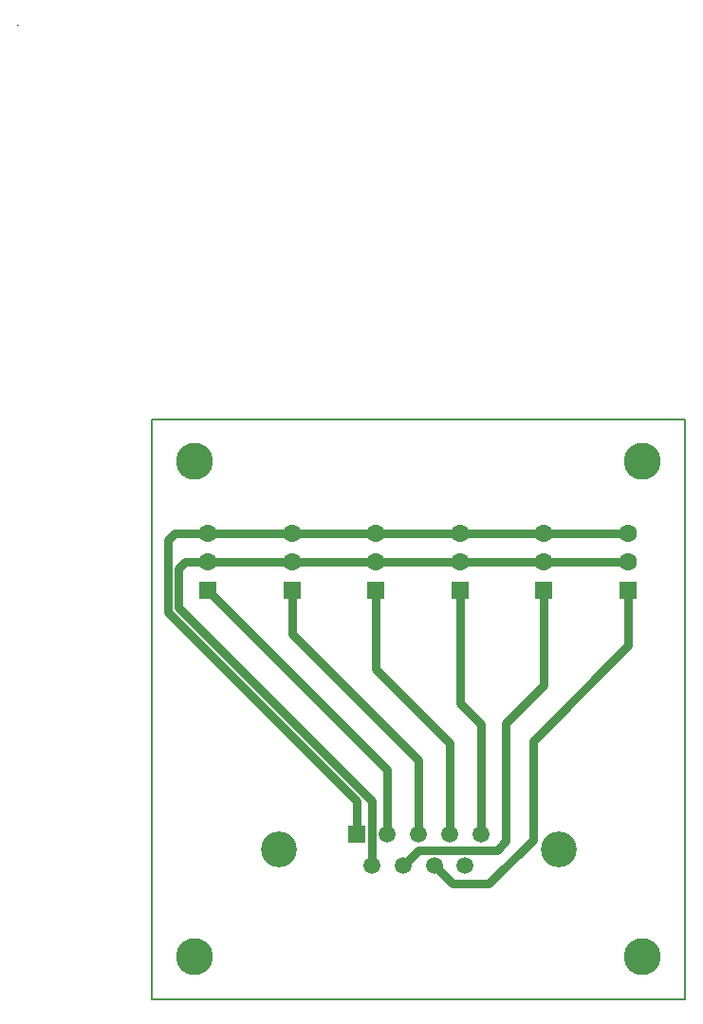
<source format=gtl>
G04 Layer_Physical_Order=1*
G04 Layer_Color=255*
%FSLAX25Y25*%
%MOIN*%
G70*
G01*
G75*
%ADD10C,0.03000*%
%ADD11C,0.00250*%
%ADD12C,0.00500*%
%ADD13C,0.06299*%
%ADD14R,0.06299X0.06299*%
%ADD15C,0.13000*%
%ADD16C,0.05905*%
%ADD17R,0.05905X0.05905*%
%ADD18C,0.12598*%
D10*
X137795Y110236D02*
Y143543D01*
X124500Y96941D02*
X137795Y110236D01*
X124500Y55410D02*
Y96941D01*
X167323Y124016D02*
Y143543D01*
X133929Y90622D02*
X167323Y124016D01*
X133929Y56000D02*
Y90622D01*
X108268Y103732D02*
X115551Y96449D01*
X108268Y103732D02*
Y143543D01*
X78740Y115760D02*
X104646Y89854D01*
X78740Y115760D02*
Y143386D01*
X49213Y128287D02*
Y143386D01*
Y128287D02*
X93740Y83760D01*
X82835Y58000D02*
Y80393D01*
X19685Y143543D02*
X82835Y80393D01*
X78740Y163543D02*
X108268D01*
X19685D02*
X78740D01*
X5591Y161260D02*
X7874Y163543D01*
X5591Y135828D02*
Y161260D01*
Y135828D02*
X71929Y69491D01*
X77482Y46819D02*
Y69453D01*
X19685Y153543D02*
X108268D01*
X137795D02*
X167323D01*
X108268D02*
X137795D01*
X11811D02*
X19685D01*
X9491Y151224D02*
X11811Y153543D01*
X9491Y137444D02*
Y151224D01*
Y137444D02*
X77482Y69453D01*
X137795Y163543D02*
X167323D01*
X108268D02*
X137795D01*
X7874D02*
X19685D01*
X118429Y40500D02*
X133929Y56000D01*
X77382Y46819D02*
X77482D01*
X71929Y58000D02*
Y69491D01*
X88287Y46819D02*
X88319D01*
X93672Y52172D01*
X121262D01*
X124500Y55410D01*
X93740Y58000D02*
Y83760D01*
X104646Y58000D02*
Y89854D01*
X115551Y58000D02*
Y96449D01*
X105512Y40500D02*
X118429D01*
X99193Y46819D02*
X105512Y40500D01*
D11*
X-47071Y342250D02*
G03*
X-47071Y341750I0J-250D01*
G01*
X-46821Y342000D02*
G03*
X-47321Y342000I-250J0D01*
G01*
D12*
X0Y0D02*
X187500D01*
Y203500D01*
X0D02*
X187500D01*
X0Y0D02*
Y203500D01*
D13*
X19685Y163543D02*
D03*
Y153543D02*
D03*
X49213Y163386D02*
D03*
Y153386D02*
D03*
X78740Y163386D02*
D03*
Y153386D02*
D03*
X108268Y163543D02*
D03*
Y153543D02*
D03*
X137795Y163543D02*
D03*
Y153543D02*
D03*
X167323Y163543D02*
D03*
Y153543D02*
D03*
D14*
X19685Y143543D02*
D03*
X49213Y143386D02*
D03*
X78740D02*
D03*
X108268Y143543D02*
D03*
X137795D02*
D03*
X167323D02*
D03*
D15*
X172500Y189000D02*
D03*
X15000D02*
D03*
X172480Y15000D02*
D03*
X15000D02*
D03*
D16*
X110098Y46819D02*
D03*
X99193D02*
D03*
X88287D02*
D03*
X77382D02*
D03*
X115551Y58000D02*
D03*
X104646D02*
D03*
X93740D02*
D03*
X82835D02*
D03*
D17*
X71929D02*
D03*
D18*
X142933Y52410D02*
D03*
X44547D02*
D03*
M02*

</source>
